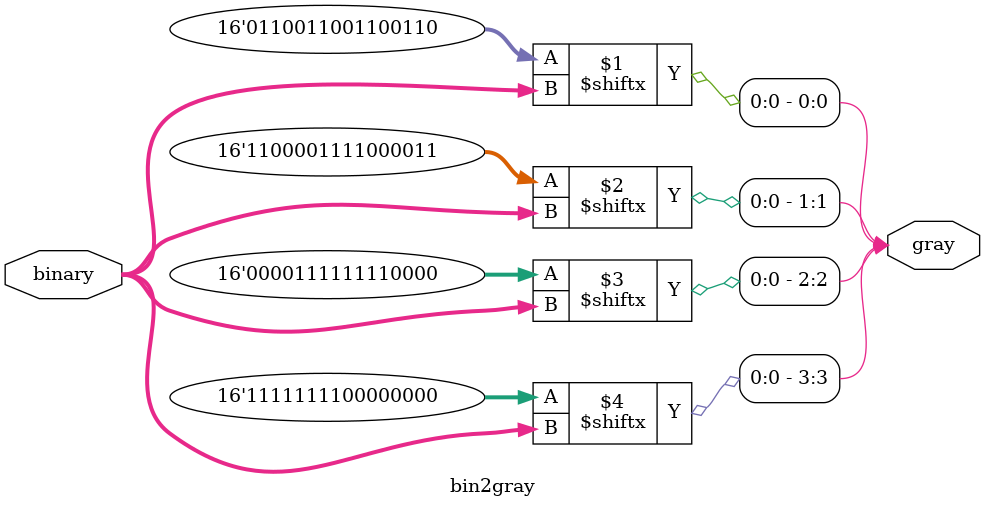
<source format=sv>
`timescale 1ns/1ns
module bin2gray (
    input logic [3:0] binary,
    output logic [3:0] gray
  );

  localparam b2g0 = 16'h6666;
  localparam b2g1 = 16'hc3c3;
  localparam b2g2 = 16'h0ff0;
  localparam b2g3 = 16'hff00;

  assign gray[0] = b2g0[binary];
  assign gray[1] = b2g1[binary];
  assign gray[2] = b2g2[binary];
  assign gray[3] = b2g3[binary];

endmodule

</source>
